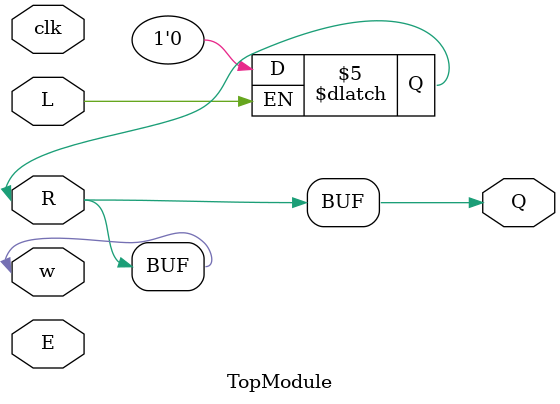
<source format=sv>

module TopModule (
  input clk,
  input w,
  input R,
  input E,
  input L,
  output reg Q
);
assign Q = w;
assign Q[0] = R;

always @(*) begin
    if (L)
        Q[0] <= 1'b0;
    else
        Q[0] <= w;
end 

endmodule

</source>
